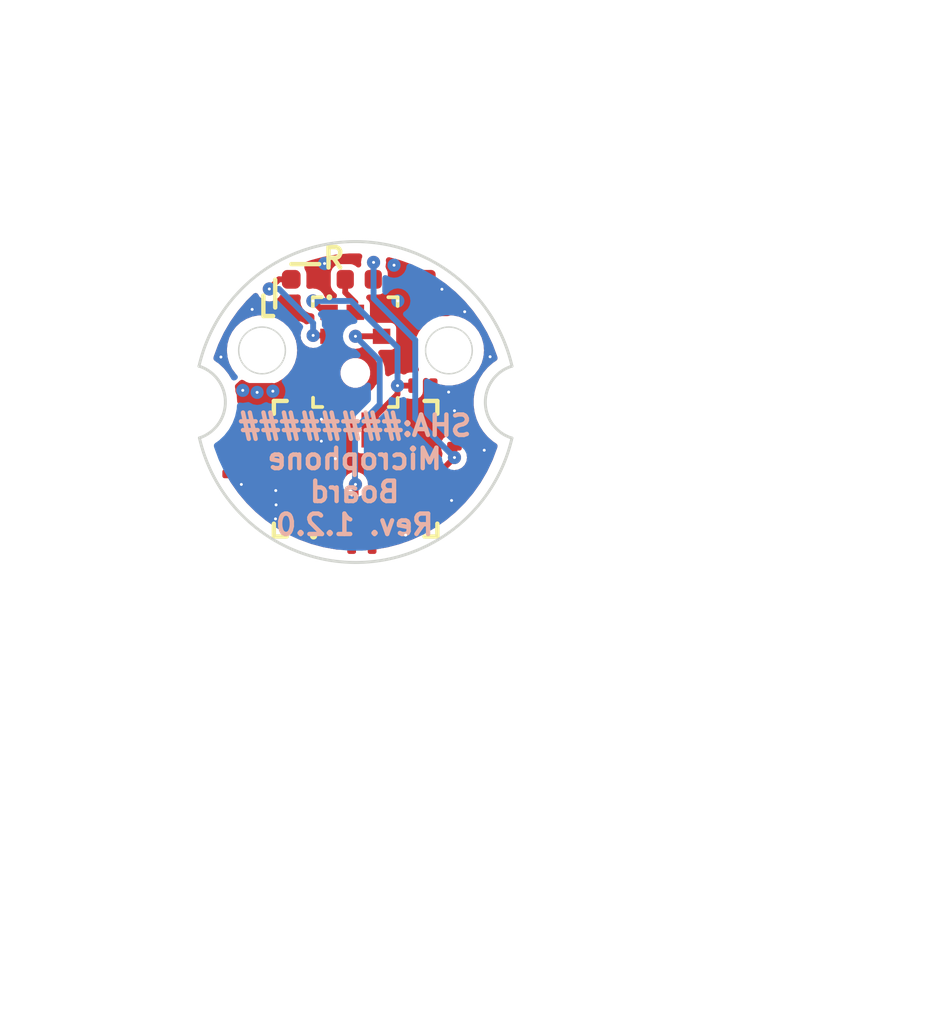
<source format=kicad_pcb>
(kicad_pcb (version 20240108) (generator "pcbnew") (generator_version "8.0")
  (title_block (title "Microphone board") (date "2025-01-24") (rev "1.2.0"))
  (layers (0 "F.Cu" signal) (1 "In1.Cu" signal) (2 "In2.Cu" signal) (31 "B.Cu" signal) (34 "B.Paste" user) (35 "F.Paste" user) (36 "B.SilkS" user "B.Silkscreen") (37 "F.SilkS" user "F.Silkscreen") (38 "B.Mask" user) (39 "F.Mask" user) (44 "Edge.Cuts" user))
  (net 0 "")
  (net 1 "VDD")
  (net 2 "GND")
  (net 3 "VCC")
  (net 4 "/WS")
  (net 5 "/DATA")
  (net 6 "/BCLK")
  (net 7 "/SELECT")
  (net 8 "Net-(MK1-DATA)")
  (footprint "antmicro-footprints:XDFN-2_1x0.60mm" (layer "F.Cu") (at 240.1962 151.8666)
    (property "Reference" "D2" (hide yes))
    (property "Value" "TPD1E0B04_XDFN-2")
    (pad "1" smd roundrect (at -0.351 0) (size 0.3 0.5) (layers "F.Cu" "F.Paste" "F.Mask") (net 6 "/BCLK"))
    (pad "2" smd roundrect (at 0.349 0) (size 0.3 0.5) (layers "F.Cu" "F.Paste" "F.Mask") (net 2 "GND"))
  )
  (footprint "antmicro-footprints:C_0402_1005Metric" (layer "F.Cu") (at 241.9462 142.7166 180)
    (property "Reference" "C2" (hide yes))
    (property "Value" "C_100n_50V_X8L_0402")
    (pad "1" smd roundrect (at -0.48 0 180) (size 0.59 0.64) (layers "F.Cu" "F.Paste" "F.Mask") (net 2 "GND"))
    (pad "2" smd roundrect (at 0.48 0 180) (size 0.59 0.64) (layers "F.Cu" "F.Paste" "F.Mask") (net 1 "VDD"))
  )
  (footprint "antmicro-footprints:FB_0402_1005Metric" (layer "F.Cu") (at 236.605108 147.767305 -90)
    (property "Reference" "FB1" (hide yes))
    (property "Value" "FB_600Z_0.3A_Murata-BLM15AG_0402")
    (pad "1" smd roundrect (at -0.48 0 270) (size 0.59 0.64) (layers "F.Cu" "F.Paste" "F.Mask") (net 1 "VDD"))
    (pad "2" smd roundrect (at 0.48 0 270) (size 0.59 0.64) (layers "F.Cu" "F.Paste" "F.Mask") (net 3 "VCC"))
  )
  (footprint "antmicro-footprints:C_0402_1005Metric" (layer "F.Cu") (at 242.5062 143.6566 180)
    (property "Reference" "C1" (hide yes))
    (property "Value" "C_180p_0402")
    (pad "1" smd roundrect (at -0.48 0 180) (size 0.59 0.64) (layers "F.Cu" "F.Paste" "F.Mask") (net 2 "GND"))
    (pad "2" smd roundrect (at 0.48 0 180) (size 0.59 0.64) (layers "F.Cu" "F.Paste" "F.Mask") (net 1 "VDD"))
  )
  (footprint "antmicro-footprints:C_0402_1005Metric" (layer "F.Cu") (at 236.605108 149.627305 90)
    (property "Reference" "C3" (hide yes))
    (property "Value" "C_1u_0402")
    (pad "1" smd roundrect (at -0.48 0 90) (size 0.59 0.64) (layers "F.Cu" "F.Paste" "F.Mask") (net 2 "GND"))
    (pad "2" smd roundrect (at 0.48 0 90) (size 0.59 0.64) (layers "F.Cu" "F.Paste" "F.Mask") (net 3 "VCC"))
  )
  (footprint "antmicro-footprints:XDFN-2_1x0.60mm" (layer "F.Cu") (at 242.2862 146.3566)
    (property "Reference" "D3" (hide yes))
    (property "Value" "TPD1E0B04_XDFN-2")
    (pad "1" smd roundrect (at -0.351 0) (size 0.3 0.5) (layers "F.Cu" "F.Paste" "F.Mask") (net 4 "/WS"))
    (pad "2" smd roundrect (at 0.349 0) (size 0.3 0.5) (layers "F.Cu" "F.Paste" "F.Mask") (net 2 "GND"))
  )
  (footprint "antmicro-footprints:R_0402_1005Metric" (layer "F.Cu") (at 237.775108 143.197305 90)
    (property "Reference" "R3" (hide yes))
    (property "Value" "R_0R_0402")
    (pad "1" smd roundrect (at -0.48 0 90) (size 0.59 0.64) (layers "F.Cu" "F.Paste" "F.Mask") (net 2 "GND"))
    (pad "2" smd roundrect (at 0.48 0 90) (size 0.59 0.64) (layers "F.Cu" "F.Paste" "F.Mask") (net 7 "/SELECT"))
  )
  (footprint "antmicro-footprints:Conn_FFC_Molex_5019510550" (layer "F.Cu") (at 239.98 149.2 90)
    (property "Reference" "J1" (hide yes))
    (property "Value" "Conn_FFC_Molex_5019510550")
    (fp_line (start 1.88 -2.8) (end 2.32 -2.8) (stroke (width 0.15)) (layer "F.SilkS"))
    (fp_line (start -1.88 -2.8) (end -2.32 -2.8) (stroke (width 0.15)) (layer "F.SilkS"))
    (fp_line (start 2.32 -2.36) (end 2.32 -2.8) (stroke (width 0.15)) (layer "F.SilkS"))
    (fp_line (start -2.32 -2.36) (end -2.32 -2.8) (stroke (width 0.15)) (layer "F.SilkS"))
    (fp_line (start 2.32 2.36) (end 2.32 2.8) (stroke (width 0.15)) (layer "F.SilkS"))
    (fp_line (start -2.32 2.36) (end -2.32 2.8) (stroke (width 0.15)) (layer "F.SilkS"))
    (fp_line (start 1.88 2.8) (end 2.32 2.8) (stroke (width 0.15)) (layer "F.SilkS"))
    (fp_line (start -1.88 2.8) (end -2.32 2.8) (stroke (width 0.15)) (layer "F.SilkS"))
    (fp_circle (center -2.3 -1.44) (end -2.3 -1.49) (stroke (width 0.15)) (fill solid) (layer "F.SilkS"))
    (pad "1" smd rect (at -1.575 -1) (size 0.6 1.2) (layers "F.Cu" "F.Paste" "F.Mask") (net 3 "VCC"))
    (pad "2" smd rect (at 1.325 -0.5) (size 0.6 1.2) (layers "F.Cu" "F.Paste" "F.Mask") (net 2 "GND"))
    (pad "3" smd rect (at -1.575 0) (size 0.6 1.2) (layers "F.Cu" "F.Paste" "F.Mask") (net 6 "/BCLK"))
    (pad "4" smd rect (at 1.325 0.5) (size 0.6 1.2) (layers "F.Cu" "F.Paste" "F.Mask") (net 4 "/WS"))
    (pad "5" smd rect (at -1.575 1) (size 0.6 1.2) (layers "F.Cu" "F.Paste" "F.Mask") (net 5 "/DATA"))
    (pad "MP" smd rect (at -1.475 -2) (size 0.8 1.4) (layers "F.Cu" "F.Paste" "F.Mask") (net 2 "GND"))
    (pad "MP" smd rect (at -1.475 2) (size 0.8 1.4) (layers "F.Cu" "F.Paste" "F.Mask") (net 2 "GND"))
    (pad "MP" smd rect (at 1.225 -2) (size 0.8 1.4) (layers "F.Cu" "F.Paste" "F.Mask") (net 2 "GND"))
    (pad "MP" smd rect (at 1.225 2) (size 0.8 1.4) (layers "F.Cu" "F.Paste" "F.Mask") (net 2 "GND"))
  )
  (footprint "antmicro-footprints:MK_SPH0645LM4H-B" (layer "F.Cu") (at 239.97 145.92)
    (property "Reference" "MK1" (hide yes))
    (property "Value" "MK_SPH0645LM4H-B")
    (fp_line (start -1.455 -2.28) (end -1.455 -2.59) (stroke (width 0.127)) (layer "F.SilkS"))
    (fp_line (start -1.4525 -2.59) (end -1.1475 -2.59) (stroke (width 0.127)) (layer "F.SilkS"))
    (fp_line (start -1.4475 1.165) (end -1.4475 0.85) (stroke (width 0.127)) (layer "F.SilkS"))
    (fp_line (start -1.1325 1.165) (end -1.4475 1.165) (stroke (width 0.127)) (layer "F.SilkS"))
    (fp_line (start 1.13 -2.59) (end 1.45 -2.59) (stroke (width 0.127)) (layer "F.SilkS"))
    (fp_line (start 1.45 -2.59) (end 1.45 -2.2875) (stroke (width 0.127)) (layer "F.SilkS"))
    (fp_line (start 1.45 0.855) (end 1.45 1.165) (stroke (width 0.127)) (layer "F.SilkS"))
    (fp_line (start 1.45 1.165) (end 1.145 1.165) (stroke (width 0.127)) (layer "F.SilkS"))
    (fp_circle (center -0.89 -2.59) (end -0.84 -2.59) (stroke (width 0.1)) (fill none) (layer "F.SilkS"))
    (pad "" np_thru_hole circle (at 0 0) (size 0.77 0.77) (drill 0.77) (layers "F&B.Cu" "*.Mask"))
    (pad "1" smd rect (at -0.9 -2.074) (size 0.6 0.522) (layers "F.Cu" "F.Paste" "F.Mask") (net 4 "/WS"))
    (pad "2" smd rect (at -0.9 -1.252) (size 0.6 0.522) (layers "F.Cu" "F.Paste" "F.Mask") (net 7 "/SELECT"))
    (pad "3" smd custom (at 0.662 0) (size 0.1 0.1) (layers "F.Cu" "F.Mask") (net 2 "GND") (options (clearance outline) (anchor rect)) (primitives (gr_circle (center -0.662 0) (end 0 0) (width 0.3) (fill no))))
    (pad "4" smd rect (at 0.9 -1.252) (size 0.6 0.522) (layers "F.Cu" "F.Paste" "F.Mask") (net 6 "/BCLK"))
    (pad "5" smd rect (at 0.9 -2.074) (size 0.6 0.522) (layers "F.Cu" "F.Paste" "F.Mask") (net 1 "VDD"))
    (pad "6" smd rect (at 0 -2.074) (size 0.6 0.522) (layers "F.Cu" "F.Paste" "F.Mask") (net 8 "Net-(MK1-DATA)"))
  )
  (footprint "antmicro-footprints:XDFN-2_1x0.60mm" (layer "F.Cu") (at 243.3662 148.0766 90)
    (property "Reference" "D4" (hide yes))
    (property "Value" "TPD1E0B04_XDFN-2")
    (pad "1" smd roundrect (at -0.351 0 90) (size 0.3 0.5) (layers "F.Cu" "F.Paste" "F.Mask") (net 5 "/DATA"))
    (pad "2" smd roundrect (at 0.349 0 90) (size 0.3 0.5) (layers "F.Cu" "F.Paste" "F.Mask") (net 2 "GND"))
  )
  (footprint "antmicro-footprints:R_0402_1005Metric" (layer "F.Cu") (at 240.105108 142.717305)
    (property "Reference" "R1" (hide yes))
    (property "Value" "R_51R_0402")
    (pad "1" smd roundrect (at -0.48 0) (size 0.59 0.64) (layers "F.Cu" "F.Paste" "F.Mask") (net 8 "Net-(MK1-DATA)"))
    (pad "2" smd roundrect (at 0.48 0) (size 0.59 0.64) (layers "F.Cu" "F.Paste" "F.Mask") (net 5 "/DATA"))
  )
  (footprint "antmicro-footprints:XDFN-2_1x0.60mm" (layer "F.Cu") (at 235.6662 149.0266 -90)
    (property "Reference" "D1" (hide yes))
    (property "Value" "TPD1E0B04_XDFN-2")
    (pad "1" smd roundrect (at -0.351 0 270) (size 0.3 0.5) (layers "F.Cu" "F.Paste" "F.Mask") (net 3 "VCC"))
    (pad "2" smd roundrect (at 0.349 0 270) (size 0.3 0.5) (layers "F.Cu" "F.Paste" "F.Mask") (net 2 "GND"))
  )
  (footprint "antmicro-footprints:R_0402_1005Metric" (layer "F.Cu") (at 238.255108 142.717305)
    (property "Reference" "R2" (hide yes))
    (property "Value" "R_0R_0402")
    (pad "1" smd roundrect (at -0.48 0) (size 0.59 0.64) (layers "F.Cu" "F.Paste" "F.Mask") (net 7 "/SELECT"))
    (pad "2" smd roundrect (at 0.48 0) (size 0.59 0.64) (layers "F.Cu" "F.Paste" "F.Mask") (net 1 "VDD"))
  )
  (gr_line (start 238.7312 142.1966) (end 237.7812 142.1966) (stroke (width 0.15)) (layer "F.SilkS"))
  (gr_line (start 237.2262 142.7316) (end 237.2262 143.6816) (stroke (width 0.15)) (layer "F.SilkS"))
  (gr_arc (start 245.335581 148.1515) (mid 244.422867 146.919999) (end 245.336361 145.689077) (stroke (width 0.1)) (layer "Edge.Cuts"))
  (gr_arc (start 234.616 145.689729) (mid 235.519346 146.911695) (end 234.631038 148.144636) (stroke (width 0.1)) (layer "Edge.Cuts"))
  (gr_line (start 234.615579 145.69107) (end 234.616 145.689729) (stroke (width 0.1)) (layer "Edge.Cuts"))
  (gr_circle (center 243.175 145.15) (end 243.975 145.15) (stroke (width 0.05)) (fill none) (layer "Edge.Cuts"))
  (gr_arc (start 234.615579 145.69107) (mid 239.975177 141.425437) (end 245.336361 145.689076) (stroke (width 0.1)) (layer "Edge.Cuts"))
  (gr_circle (center 236.775 145.15) (end 237.575 145.15) (stroke (width 0.05)) (fill none) (layer "Edge.Cuts"))
  (gr_arc (start 245.335581 148.151502) (mid 239.980577 152.408327) (end 234.631038 148.144636) (stroke (width 0.1)) (layer "Edge.Cuts"))
  (gr_text "Microphone\nBoard\nRev. ${REVISION}" (at 239.9462 151.5266 0) (layer "B.SilkS") (effects (font (size 0.7 0.7)) (justify bottom mirror)))
  (gr_text "SHA:########" (at 239.9562 148.1366 0) (layer "B.SilkS") (effects (font (size 0.7 0.7)) (justify bottom mirror)))
  (gr_text "L" (at 236.5562 144.0666 -0) (layer "F.SilkS") (effects (font (size 0.7 0.7)) (justify left bottom)))
  (gr_text "R\n" (at 238.7862 142.4066 -0) (layer "F.SilkS") (effects (font (size 0.7 0.7)) (justify left bottom)))
  (segment (start 237.116905 146.517305) (end 237.1462 146.5466) (width 0.5) (layer "F.Cu") (net 1))
  (segment (start 236.115108 146.517305) (end 237.116905 146.517305) (width 0.5) (layer "F.Cu") (net 1))
  (segment (start 236.605108 147.087692) (end 236.605108 147.287305) (width 0.5) (layer "F.Cu") (net 1))
  (segment (start 237.1462 146.5466) (end 236.605108 147.087692) (width 0.5) (layer "F.Cu") (net 1))
  (segment (start 236.605108 147.287305) (end 236.605108 147.007305) (width 0.5) (layer "F.Cu") (net 1))
  (segment (start 236.605108 147.287305) (end 236.605108 146.587692) (width 0.5) (layer "F.Cu") (net 1))
  (segment (start 236.605108 147.007305) (end 236.115108 146.517305) (width 0.5) (layer "F.Cu") (net 1))
  (segment (start 236.605108 146.587692) (end 236.6062 146.5866) (width 0.5) (layer "F.Cu") (net 1))
  (via (at 237.1462 146.5466) (size 0.45) (drill 0.1) (layers "F.Cu" "B.Cu") (net 1))
  (via (at 236.115108 146.517305) (size 0.45) (drill 0.1) (layers "F.Cu" "B.Cu") (net 1))
  (via (at 241.296353 142.23374) (size 0.45) (drill 0.1) (layers "F.Cu" "B.Cu") (net 1))
  (via (at 236.6062 146.5866) (size 0.45) (drill 0.1) (layers "F.Cu" "B.Cu") (net 1))
  (via (at 241.426533 143.456267) (size 0.45) (drill 0.1) (layers "F.Cu" "B.Cu") (net 1))
  (via (at 238.9162 142.1766) (size 0.45) (drill 0.1) (layers "F.Cu" "B.Cu") (net 1))
  (segment (start 236.02551 149.6966) (end 235.9872 149.6966) (width 0.2) (layer "F.Cu") (net 2))
  (segment (start 243.3662 147.7276) (end 243.3662 147.2166) (width 0.2) (layer "F.Cu") (net 2))
  (segment (start 235.6662 149.3756) (end 235.6752 149.3756) (width 0.2) (layer "F.Cu") (net 2))
  (segment (start 236.066191 149.737281) (end 236.02551 149.6966) (width 0.2) (layer "F.Cu") (net 2))
  (via (at 238.8062 147.5066) (size 0.45) (drill 0.1) (layers "F.Cu" "B.Cu") (net 2))
  (via (at 237.2562 150.4366) (size 0.45) (drill 0.1) (layers "F.Cu" "B.Cu") (net 2))
  (via (at 238.8062 148.2566) (size 0.45) (drill 0.1) (layers "F.Cu" "B.Cu") (net 2))
  (via (at 235.3662 145.3766) (size 0.45) (drill 0.1) (layers "F.Cu" "B.Cu") (net 2))
  (via (at 236.066191 149.737281) (size 0.45) (drill 0.1) (layers "F.Cu" "B.Cu") (net 2))
  (via (at 244.5862 145.3666) (size 0.45) (drill 0.1) (layers "F.Cu" "B.Cu") (net 2))
  (via (at 242.9362 143.0566) (size 0.45) (drill 0.1) (layers "F.Cu" "B.Cu") (net 2))
  (via (at 244.3862 148.5666) (size 0.45) (drill 0.1) (layers "F.Cu" "B.Cu") (net 2))
  (via (at 237.245108 149.947305) (size 0.45) (drill 0.1) (layers "F.Cu" "B.Cu") (net 2))
  (via (at 243.7162 143.8266) (size 0.45) (drill 0.1) (layers "F.Cu" "B.Cu") (net 2))
  (via (at 243.3662 147.2166) (size 0.45) (drill 0.1) (layers "F.Cu" "B.Cu") (net 2))
  (via (at 236.4362 143.7466) (size 0.45) (drill 0.1) (layers "F.Cu" "B.Cu") (net 2))
  (via (at 237.2362 150.9166) (size 0.45) (drill 0.1) (layers "F.Cu" "B.Cu") (net 2))
  (via (at 243.2662 150.2866) (size 0.45) (drill 0.1) (layers "F.Cu" "B.Cu") (net 2))
  (via (at 239.2862 148.8566) (size 0.45) (drill 0.1) (layers "F.Cu" "B.Cu") (net 2))
  (via (at 243.1662 146.5766) (size 0.45) (drill 0.1) (layers "F.Cu" "B.Cu") (net 2))
  (via (at 241.693766 151.472076) (size 0.45) (drill 0.1) (layers "F.Cu" "B.Cu") (net 2))
  (segment (start 235.6662 148.675601) (end 236.133404 148.675601) (width 0.5) (layer "F.Cu") (net 3))
  (segment (start 238.435108 149.147305) (end 236.605108 149.147305) (width 0.5) (layer "F.Cu") (net 3))
  (segment (start 236.605108 149.147305) (end 236.605108 148.247305) (width 0.5) (layer "F.Cu") (net 3))
  (segment (start 236.176812 148.675601) (end 236.605108 148.247305) (width 0.5) (layer "F.Cu") (net 3))
  (segment (start 236.133404 148.675601) (end 236.605108 149.147305) (width 0.5) (layer "F.Cu") (net 3))
  (segment (start 235.6662 148.675601) (end 236.176812 148.675601) (width 0.5) (layer "F.Cu") (net 3))
  (segment (start 238.98 150.775) (end 238.98 149.692197) (width 0.5) (layer "F.Cu") (net 3))
  (segment (start 238.98 149.692197) (end 238.435108 149.147305) (width 0.5) (layer "F.Cu") (net 3))
  (segment (start 240.48 147.5828) (end 241.4162 146.6466) (width 0.2) (layer "F.Cu") (net 4))
  (segment (start 238.903802 143.846) (end 238.516297 143.458495) (width 0.2) (layer "F.Cu") (net 4))
  (segment (start 241.4162 146.3566) (end 241.935201 146.3566) (width 0.2) (layer "F.Cu") (net 4))
  (segment (start 241.4162 146.6466) (end 241.4162 146.3566) (width 0.2) (layer "F.Cu") (net 4))
  (segment (start 239.07 143.846) (end 238.903802 143.846) (width 0.2) (layer "F.Cu") (net 4))
  (segment (start 240.48 147.875) (end 240.48 147.5828) (width 0.2) (layer "F.Cu") (net 4))
  (via (at 238.516297 143.458495) (size 0.45) (drill 0.1) (layers "F.Cu" "B.Cu") (net 4))
  (via (at 241.4162 146.3566) (size 0.45) (drill 0.1) (layers "F.Cu" "B.Cu") (net 4))
  (segment (start 241.4162 146.3566) (end 241.4162 145.048397) (width 0.2) (layer "B.Cu") (net 4))
  (segment (start 239.826298 143.458495) (end 238.516297 143.458495) (width 0.2) (layer "B.Cu") (net 4))
  (segment (start 241.4162 145.048397) (end 239.826298 143.458495) (width 0.2) (layer "B.Cu") (net 4))
  (segment (start 241.7284 149.2266) (end 240.98 149.975) (width 0.2) (layer "F.Cu") (net 5))
  (segment (start 243.3662 148.8166) (end 243.3662 148.427599) (width 0.2) (layer "F.Cu") (net 5))
  (segment (start 240.595108 142.137305) (end 240.595108 142.707305) (width 0.2) (layer "F.Cu") (net 5))
  (segment (start 240.595108 142.707305) (end 240.585108 142.717305) (width 0.2) (layer "F.Cu") (net 5))
  (segment (start 243.3662 148.8166) (end 242.9562 149.2266) (width 0.2) (layer "F.Cu") (net 5))
  (segment (start 240.98 149.975) (end 240.98 150.775) (width 0.2) (layer "F.Cu") (net 5))
  (segment (start 242.9562 149.2266) (end 241.7284 149.2266) (width 0.2) (layer "F.Cu") (net 5))
  (via (at 243.3662 148.8166) (size 0.45) (drill 0.1) (layers "F.Cu" "B.Cu") (net 5))
  (via (at 240.595108 142.137305) (size 0.45) (drill 0.1) (layers "F.Cu" "B.Cu") (net 5))
  (segment (start 242.022515 147.472915) (end 242.022515 144.794712) (width 0.2) (layer "B.Cu") (net 5))
  (segment (start 242.022515 144.794712) (end 240.595108 143.367305) (width 0.2) (layer "B.Cu") (net 5))
  (segment (start 243.3662 148.8166) (end 242.022515 147.472915) (width 0.2) (layer "B.Cu") (net 5))
  (segment (start 240.595108 143.367305) (end 240.595108 142.137305) (width 0.2) (layer "B.Cu") (net 5))
  (segment (start 239.856201 151.8866) (end 239.856201 150.898799) (width 0.2) (layer "F.Cu") (net 6))
  (segment (start 239.98 149.742197) (end 239.975108 149.737305) (width 0.2) (layer "F.Cu") (net 6))
  (segment (start 240.839305 144.637305) (end 240.87 144.668) (width 0.2) (layer "F.Cu") (net 6))
  (segment (start 239.856201 150.898799) (end 239.98 150.775) (width 0.2) (layer "F.Cu") (net 6))
  (segment (start 240.869305 144.667305) (end 240.87 144.668) (width 0.2) (layer "F.Cu") (net 6))
  (segment (start 239.98 150.775) (end 239.98 149.742197) (width 0.2) (layer "F.Cu") (net 6))
  (segment (start 239.975108 144.667305) (end 240.869305 144.667305) (width 0.2) (layer "F.Cu") (net 6))
  (via (at 239.975108 149.737305) (size 0.45) (drill 0.1) (layers "F.Cu" "B.Cu") (net 6))
  (via (at 239.975108 144.667305) (size 0.45) (drill 0.1) (layers "F.Cu" "B.Cu") (net 6))
  (segment (start 240.805108 146.997305) (end 240.805108 145.497305) (width 0.2) (layer "B.Cu") (net 6))
  (segment (start 239.960108 147.842305) (end 240.805108 146.997305) (width 0.2) (layer "B.Cu") (net 6))
  (segment (start 240.805108 145.497305) (end 239.975108 144.667305) (width 0.2) (layer "B.Cu") (net 6))
  (segment (start 239.960108 149.722305) (end 239.960108 147.842305) (width 0.2) (layer "B.Cu") (net 6))
  (segment (start 239.975108 149.737305) (end 239.960108 149.722305) (width 0.2) (layer "B.Cu") (net 6))
  (segment (start 239.039305 144.637305) (end 239.07 144.668) (width 0.2) (layer "F.Cu") (net 7))
  (segment (start 238.525108 144.637305) (end 239.039305 144.637305) (width 0.2) (layer "F.Cu") (net 7))
  (segment (start 237.775108 142.717305) (end 237.355108 142.717305) (width 0.2) (layer "F.Cu") (net 7))
  (segment (start 237.355108 142.717305) (end 237.025108 143.047305) (width 0.2) (layer "F.Cu") (net 7))
  (via (at 237.025108 143.047305) (size 0.45) (drill 0.1) (layers "F.Cu" "B.Cu") (net 7))
  (via (at 238.525108 144.637305) (size 0.45) (drill 0.1) (layers "F.Cu" "B.Cu") (net 7))
  (segment (start 238.525108 144.215508) (end 237.356905 143.047305) (width 0.2) (layer "B.Cu") (net 7))
  (segment (start 237.356905 143.047305) (end 237.025108 143.047305) (width 0.2) (layer "B.Cu") (net 7))
  (segment (start 238.525108 144.637305) (end 238.525108 144.215508) (width 0.2) (layer "B.Cu") (net 7))
  (segment (start 239.97 143.512197) (end 239.625108 143.167305) (width 0.2) (layer "F.Cu") (net 8))
  (segment (start 239.625108 143.167305) (end 239.625108 142.717305) (width 0.2) (layer "F.Cu") (net 8))
  (segment (start 239.625108 142.717305) (end 239.675108 142.717305) (width 0.2) (layer "F.Cu") (net 8))
  (segment (start 239.97 143.846) (end 239.97 143.512197) (width 0.2) (layer "F.Cu") (net 8))
  (segment (start 239.675108 142.717305) (end 239.735108 142.777305) (width 0.2) (layer "F.Cu") (net 8))
  (zone (net 2) (net_name "GND") (layers "F.Cu" "In1.Cu" "In2.Cu" "B.Cu") (connect_pads yes (clearance 0.2)) (min_thickness 0.2) (fill yes (thermal_gap 0.5) (thermal_bridge_width 0.5))
    (polygon (pts (xy 232.8862 139.84) (xy 232.9262 154.13) (xy 247.1762 154.12) (xy 247.1362 139.83)))
  )
  (zone (net 1) (net_name "VDD") (layers "F.Cu" "In2.Cu") (priority 1) (connect_pads yes (clearance 0.2)) (min_thickness 0.2) (fill yes (thermal_gap 0.5) (thermal_bridge_width 0.5))
    (polygon (pts (xy 238.2362 141.1566) (xy 238.2062 144.1566) (xy 235.125108 147.007305) (xy 242.595108 146.907305) (xy 242.5562 141.2166)))
  )
)
</source>
